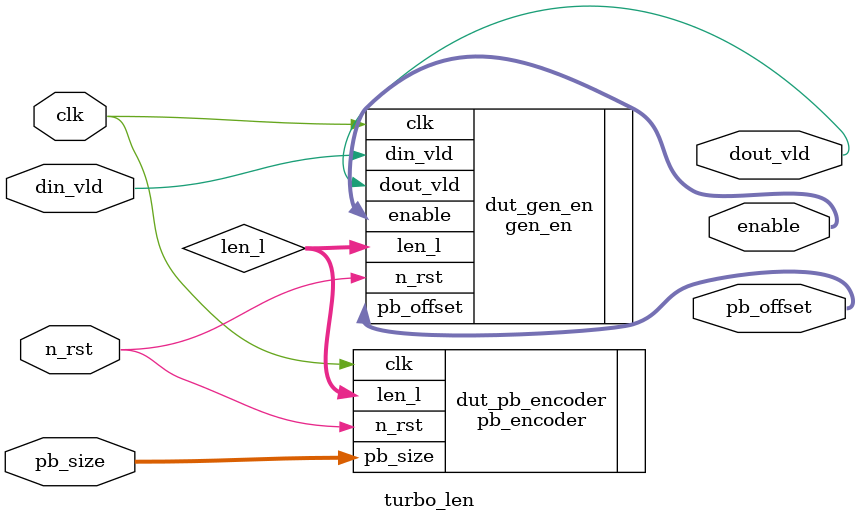
<source format=v>
`timescale 1ps/1ps

module turbo_len (
    input clk,
    input n_rst,
    input din_vld,
    input [1:0] pb_size,
    output [11:0] enable,
    output [11:0] pb_offset,
    output dout_vld
);
    wire [11:0] len_l;

    pb_encoder dut_pb_encoder(
        .clk(clk),
        .n_rst(n_rst),
        .pb_size(pb_size),
        .len_l(len_l)
    );

    gen_en dut_gen_en(
        .clk(clk),
        .n_rst(n_rst),
        .din_vld(din_vld),
        .len_l(len_l),
        .enable(enable),
        .pb_offset(pb_offset),
        .dout_vld(dout_vld)
    );

endmodule
</source>
